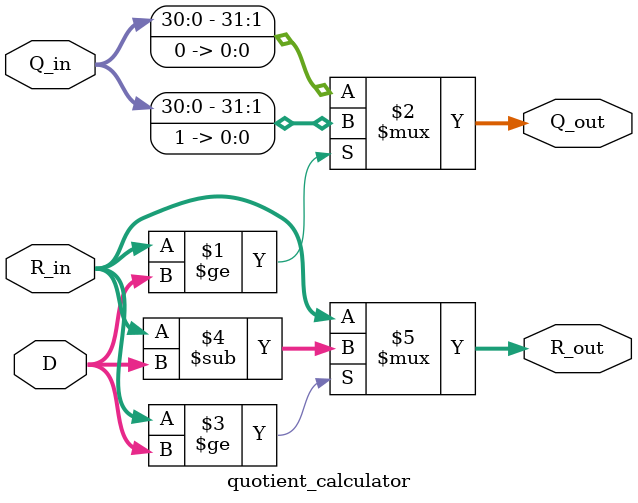
<source format=v>
`timescale 1ns / 1ps


module quotient_calculator(
    //clk,
    R_in,
    R_out,
    D,
    Q_in,
    Q_out
    );
    
    
    input wire [31:0] R_in, D, Q_in;
    output wire [31:0] R_out, Q_out;
    
    
   //always @(posedge clk)
     assign Q_out = R_in >= D ? {Q_in[30:0],1'b1}
                    :{Q_in[30:0],1'b0};
   
     assign R_out = R_in >= D ? {R_in-D}
                    :{R_in};
endmodule

</source>
